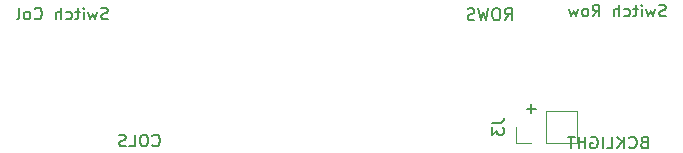
<source format=gbr>
G04 #@! TF.GenerationSoftware,KiCad,Pcbnew,(5.1.5-0-10_14)*
G04 #@! TF.CreationDate,2021-11-28T08:00:54+10:00*
G04 #@! TF.ProjectId,AP,41502e6b-6963-4616-945f-706362585858,rev?*
G04 #@! TF.SameCoordinates,Original*
G04 #@! TF.FileFunction,Legend,Bot*
G04 #@! TF.FilePolarity,Positive*
%FSLAX46Y46*%
G04 Gerber Fmt 4.6, Leading zero omitted, Abs format (unit mm)*
G04 Created by KiCad (PCBNEW (5.1.5-0-10_14)) date 2021-11-28 08:00:54*
%MOMM*%
%LPD*%
G04 APERTURE LIST*
%ADD10C,0.150000*%
%ADD11C,0.120000*%
G04 APERTURE END LIST*
D10*
X165531752Y-101976228D02*
X164769847Y-101976228D01*
X165150800Y-102357180D02*
X165150800Y-101595276D01*
X174680190Y-104830571D02*
X174537333Y-104878190D01*
X174489714Y-104925809D01*
X174442095Y-105021047D01*
X174442095Y-105163904D01*
X174489714Y-105259142D01*
X174537333Y-105306761D01*
X174632571Y-105354380D01*
X175013523Y-105354380D01*
X175013523Y-104354380D01*
X174680190Y-104354380D01*
X174584952Y-104402000D01*
X174537333Y-104449619D01*
X174489714Y-104544857D01*
X174489714Y-104640095D01*
X174537333Y-104735333D01*
X174584952Y-104782952D01*
X174680190Y-104830571D01*
X175013523Y-104830571D01*
X173442095Y-105259142D02*
X173489714Y-105306761D01*
X173632571Y-105354380D01*
X173727809Y-105354380D01*
X173870666Y-105306761D01*
X173965904Y-105211523D01*
X174013523Y-105116285D01*
X174061142Y-104925809D01*
X174061142Y-104782952D01*
X174013523Y-104592476D01*
X173965904Y-104497238D01*
X173870666Y-104402000D01*
X173727809Y-104354380D01*
X173632571Y-104354380D01*
X173489714Y-104402000D01*
X173442095Y-104449619D01*
X173013523Y-105354380D02*
X173013523Y-104354380D01*
X172442095Y-105354380D02*
X172870666Y-104782952D01*
X172442095Y-104354380D02*
X173013523Y-104925809D01*
X171537333Y-105354380D02*
X172013523Y-105354380D01*
X172013523Y-104354380D01*
X171204000Y-105354380D02*
X171204000Y-104354380D01*
X170204000Y-104402000D02*
X170299238Y-104354380D01*
X170442095Y-104354380D01*
X170584952Y-104402000D01*
X170680190Y-104497238D01*
X170727809Y-104592476D01*
X170775428Y-104782952D01*
X170775428Y-104925809D01*
X170727809Y-105116285D01*
X170680190Y-105211523D01*
X170584952Y-105306761D01*
X170442095Y-105354380D01*
X170346857Y-105354380D01*
X170204000Y-105306761D01*
X170156380Y-105259142D01*
X170156380Y-104925809D01*
X170346857Y-104925809D01*
X169727809Y-105354380D02*
X169727809Y-104354380D01*
X169727809Y-104830571D02*
X169156380Y-104830571D01*
X169156380Y-105354380D02*
X169156380Y-104354380D01*
X168823047Y-104354380D02*
X168251619Y-104354380D01*
X168537333Y-105354380D02*
X168537333Y-104354380D01*
X176537428Y-94130761D02*
X176394571Y-94178380D01*
X176156476Y-94178380D01*
X176061238Y-94130761D01*
X176013619Y-94083142D01*
X175966000Y-93987904D01*
X175966000Y-93892666D01*
X176013619Y-93797428D01*
X176061238Y-93749809D01*
X176156476Y-93702190D01*
X176346952Y-93654571D01*
X176442190Y-93606952D01*
X176489809Y-93559333D01*
X176537428Y-93464095D01*
X176537428Y-93368857D01*
X176489809Y-93273619D01*
X176442190Y-93226000D01*
X176346952Y-93178380D01*
X176108857Y-93178380D01*
X175966000Y-93226000D01*
X175632666Y-93511714D02*
X175442190Y-94178380D01*
X175251714Y-93702190D01*
X175061238Y-94178380D01*
X174870761Y-93511714D01*
X174489809Y-94178380D02*
X174489809Y-93511714D01*
X174489809Y-93178380D02*
X174537428Y-93226000D01*
X174489809Y-93273619D01*
X174442190Y-93226000D01*
X174489809Y-93178380D01*
X174489809Y-93273619D01*
X174156476Y-93511714D02*
X173775523Y-93511714D01*
X174013619Y-93178380D02*
X174013619Y-94035523D01*
X173966000Y-94130761D01*
X173870761Y-94178380D01*
X173775523Y-94178380D01*
X173013619Y-94130761D02*
X173108857Y-94178380D01*
X173299333Y-94178380D01*
X173394571Y-94130761D01*
X173442190Y-94083142D01*
X173489809Y-93987904D01*
X173489809Y-93702190D01*
X173442190Y-93606952D01*
X173394571Y-93559333D01*
X173299333Y-93511714D01*
X173108857Y-93511714D01*
X173013619Y-93559333D01*
X172585047Y-94178380D02*
X172585047Y-93178380D01*
X172156476Y-94178380D02*
X172156476Y-93654571D01*
X172204095Y-93559333D01*
X172299333Y-93511714D01*
X172442190Y-93511714D01*
X172537428Y-93559333D01*
X172585047Y-93606952D01*
X170346952Y-94178380D02*
X170680285Y-93702190D01*
X170918380Y-94178380D02*
X170918380Y-93178380D01*
X170537428Y-93178380D01*
X170442190Y-93226000D01*
X170394571Y-93273619D01*
X170346952Y-93368857D01*
X170346952Y-93511714D01*
X170394571Y-93606952D01*
X170442190Y-93654571D01*
X170537428Y-93702190D01*
X170918380Y-93702190D01*
X169775523Y-94178380D02*
X169870761Y-94130761D01*
X169918380Y-94083142D01*
X169966000Y-93987904D01*
X169966000Y-93702190D01*
X169918380Y-93606952D01*
X169870761Y-93559333D01*
X169775523Y-93511714D01*
X169632666Y-93511714D01*
X169537428Y-93559333D01*
X169489809Y-93606952D01*
X169442190Y-93702190D01*
X169442190Y-93987904D01*
X169489809Y-94083142D01*
X169537428Y-94130761D01*
X169632666Y-94178380D01*
X169775523Y-94178380D01*
X169108857Y-93511714D02*
X168918380Y-94178380D01*
X168727904Y-93702190D01*
X168537428Y-94178380D01*
X168346952Y-93511714D01*
X129285523Y-94384761D02*
X129142666Y-94432380D01*
X128904571Y-94432380D01*
X128809333Y-94384761D01*
X128761714Y-94337142D01*
X128714095Y-94241904D01*
X128714095Y-94146666D01*
X128761714Y-94051428D01*
X128809333Y-94003809D01*
X128904571Y-93956190D01*
X129095047Y-93908571D01*
X129190285Y-93860952D01*
X129237904Y-93813333D01*
X129285523Y-93718095D01*
X129285523Y-93622857D01*
X129237904Y-93527619D01*
X129190285Y-93480000D01*
X129095047Y-93432380D01*
X128856952Y-93432380D01*
X128714095Y-93480000D01*
X128380761Y-93765714D02*
X128190285Y-94432380D01*
X127999809Y-93956190D01*
X127809333Y-94432380D01*
X127618857Y-93765714D01*
X127237904Y-94432380D02*
X127237904Y-93765714D01*
X127237904Y-93432380D02*
X127285523Y-93480000D01*
X127237904Y-93527619D01*
X127190285Y-93480000D01*
X127237904Y-93432380D01*
X127237904Y-93527619D01*
X126904571Y-93765714D02*
X126523619Y-93765714D01*
X126761714Y-93432380D02*
X126761714Y-94289523D01*
X126714095Y-94384761D01*
X126618857Y-94432380D01*
X126523619Y-94432380D01*
X125761714Y-94384761D02*
X125856952Y-94432380D01*
X126047428Y-94432380D01*
X126142666Y-94384761D01*
X126190285Y-94337142D01*
X126237904Y-94241904D01*
X126237904Y-93956190D01*
X126190285Y-93860952D01*
X126142666Y-93813333D01*
X126047428Y-93765714D01*
X125856952Y-93765714D01*
X125761714Y-93813333D01*
X125333142Y-94432380D02*
X125333142Y-93432380D01*
X124904571Y-94432380D02*
X124904571Y-93908571D01*
X124952190Y-93813333D01*
X125047428Y-93765714D01*
X125190285Y-93765714D01*
X125285523Y-93813333D01*
X125333142Y-93860952D01*
X123095047Y-94337142D02*
X123142666Y-94384761D01*
X123285523Y-94432380D01*
X123380761Y-94432380D01*
X123523619Y-94384761D01*
X123618857Y-94289523D01*
X123666476Y-94194285D01*
X123714095Y-94003809D01*
X123714095Y-93860952D01*
X123666476Y-93670476D01*
X123618857Y-93575238D01*
X123523619Y-93480000D01*
X123380761Y-93432380D01*
X123285523Y-93432380D01*
X123142666Y-93480000D01*
X123095047Y-93527619D01*
X122523619Y-94432380D02*
X122618857Y-94384761D01*
X122666476Y-94337142D01*
X122714095Y-94241904D01*
X122714095Y-93956190D01*
X122666476Y-93860952D01*
X122618857Y-93813333D01*
X122523619Y-93765714D01*
X122380761Y-93765714D01*
X122285523Y-93813333D01*
X122237904Y-93860952D01*
X122190285Y-93956190D01*
X122190285Y-94241904D01*
X122237904Y-94337142D01*
X122285523Y-94384761D01*
X122380761Y-94432380D01*
X122523619Y-94432380D01*
X121618857Y-94432380D02*
X121714095Y-94384761D01*
X121761714Y-94289523D01*
X121761714Y-93432380D01*
D11*
X163821000Y-103530000D02*
X163821000Y-104860000D01*
X163821000Y-104860000D02*
X165151000Y-104860000D01*
X166421000Y-104860000D02*
X169021000Y-104860000D01*
X169021000Y-102200000D02*
X169021000Y-104860000D01*
X166421000Y-102200000D02*
X169021000Y-102200000D01*
X166421000Y-102200000D02*
X166421000Y-104860000D01*
D10*
X133073238Y-105082742D02*
X133120857Y-105130361D01*
X133263714Y-105177980D01*
X133358952Y-105177980D01*
X133501809Y-105130361D01*
X133597047Y-105035123D01*
X133644666Y-104939885D01*
X133692285Y-104749409D01*
X133692285Y-104606552D01*
X133644666Y-104416076D01*
X133597047Y-104320838D01*
X133501809Y-104225600D01*
X133358952Y-104177980D01*
X133263714Y-104177980D01*
X133120857Y-104225600D01*
X133073238Y-104273219D01*
X132454190Y-104177980D02*
X132263714Y-104177980D01*
X132168476Y-104225600D01*
X132073238Y-104320838D01*
X132025619Y-104511314D01*
X132025619Y-104844647D01*
X132073238Y-105035123D01*
X132168476Y-105130361D01*
X132263714Y-105177980D01*
X132454190Y-105177980D01*
X132549428Y-105130361D01*
X132644666Y-105035123D01*
X132692285Y-104844647D01*
X132692285Y-104511314D01*
X132644666Y-104320838D01*
X132549428Y-104225600D01*
X132454190Y-104177980D01*
X131120857Y-105177980D02*
X131597047Y-105177980D01*
X131597047Y-104177980D01*
X130835142Y-105130361D02*
X130692285Y-105177980D01*
X130454190Y-105177980D01*
X130358952Y-105130361D01*
X130311333Y-105082742D01*
X130263714Y-104987504D01*
X130263714Y-104892266D01*
X130311333Y-104797028D01*
X130358952Y-104749409D01*
X130454190Y-104701790D01*
X130644666Y-104654171D01*
X130739904Y-104606552D01*
X130787523Y-104558933D01*
X130835142Y-104463695D01*
X130835142Y-104368457D01*
X130787523Y-104273219D01*
X130739904Y-104225600D01*
X130644666Y-104177980D01*
X130406571Y-104177980D01*
X130263714Y-104225600D01*
X162907104Y-94483180D02*
X163240438Y-94006990D01*
X163478533Y-94483180D02*
X163478533Y-93483180D01*
X163097580Y-93483180D01*
X163002342Y-93530800D01*
X162954723Y-93578419D01*
X162907104Y-93673657D01*
X162907104Y-93816514D01*
X162954723Y-93911752D01*
X163002342Y-93959371D01*
X163097580Y-94006990D01*
X163478533Y-94006990D01*
X162288057Y-93483180D02*
X162097580Y-93483180D01*
X162002342Y-93530800D01*
X161907104Y-93626038D01*
X161859485Y-93816514D01*
X161859485Y-94149847D01*
X161907104Y-94340323D01*
X162002342Y-94435561D01*
X162097580Y-94483180D01*
X162288057Y-94483180D01*
X162383295Y-94435561D01*
X162478533Y-94340323D01*
X162526152Y-94149847D01*
X162526152Y-93816514D01*
X162478533Y-93626038D01*
X162383295Y-93530800D01*
X162288057Y-93483180D01*
X161526152Y-93483180D02*
X161288057Y-94483180D01*
X161097580Y-93768895D01*
X160907104Y-94483180D01*
X160669009Y-93483180D01*
X160335676Y-94435561D02*
X160192819Y-94483180D01*
X159954723Y-94483180D01*
X159859485Y-94435561D01*
X159811866Y-94387942D01*
X159764247Y-94292704D01*
X159764247Y-94197466D01*
X159811866Y-94102228D01*
X159859485Y-94054609D01*
X159954723Y-94006990D01*
X160145200Y-93959371D01*
X160240438Y-93911752D01*
X160288057Y-93864133D01*
X160335676Y-93768895D01*
X160335676Y-93673657D01*
X160288057Y-93578419D01*
X160240438Y-93530800D01*
X160145200Y-93483180D01*
X159907104Y-93483180D01*
X159764247Y-93530800D01*
X161833380Y-103196666D02*
X162547666Y-103196666D01*
X162690523Y-103149047D01*
X162785761Y-103053809D01*
X162833380Y-102910952D01*
X162833380Y-102815714D01*
X161833380Y-103577619D02*
X161833380Y-104196666D01*
X162214333Y-103863333D01*
X162214333Y-104006190D01*
X162261952Y-104101428D01*
X162309571Y-104149047D01*
X162404809Y-104196666D01*
X162642904Y-104196666D01*
X162738142Y-104149047D01*
X162785761Y-104101428D01*
X162833380Y-104006190D01*
X162833380Y-103720476D01*
X162785761Y-103625238D01*
X162738142Y-103577619D01*
M02*

</source>
